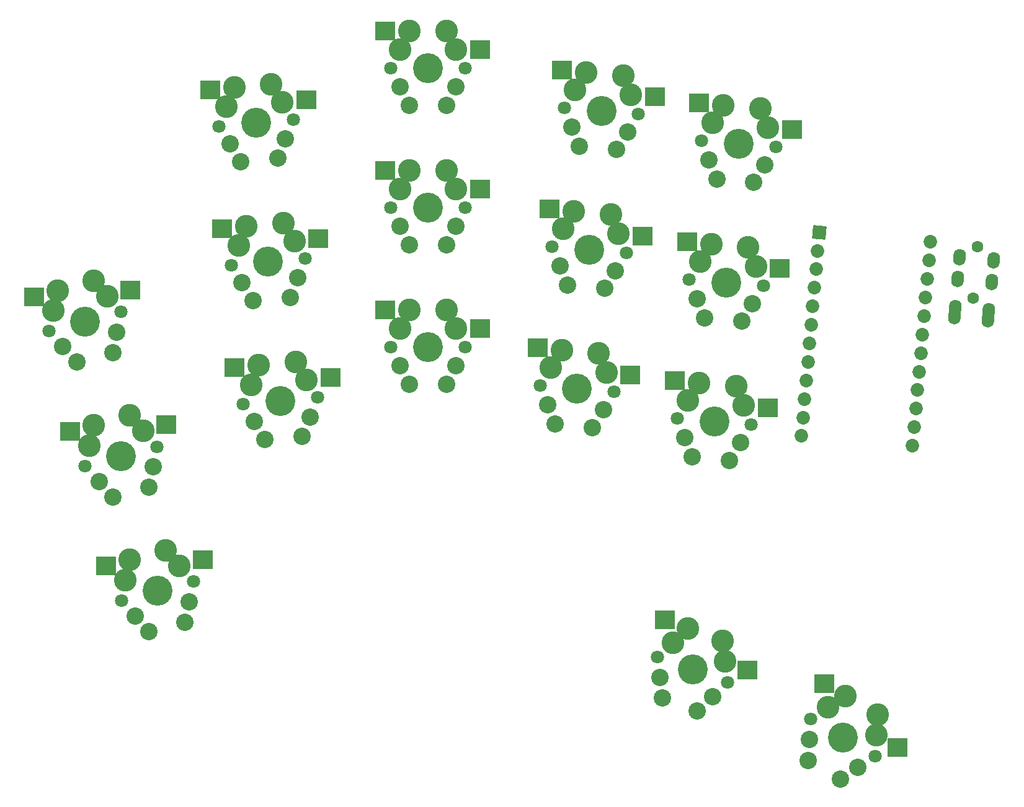
<source format=gbr>
%TF.GenerationSoftware,KiCad,Pcbnew,(6.0.2-0)*%
%TF.CreationDate,2022-05-20T19:03:11-07:00*%
%TF.ProjectId,adux_take_2,61647578-5f74-4616-9b65-5f322e6b6963,v1.0.0*%
%TF.SameCoordinates,Original*%
%TF.FileFunction,Soldermask,Top*%
%TF.FilePolarity,Negative*%
%FSLAX46Y46*%
G04 Gerber Fmt 4.6, Leading zero omitted, Abs format (unit mm)*
G04 Created by KiCad (PCBNEW (6.0.2-0)) date 2022-05-20 19:03:11*
%MOMM*%
%LPD*%
G01*
G04 APERTURE LIST*
G04 Aperture macros list*
%AMRoundRect*
0 Rectangle with rounded corners*
0 $1 Rounding radius*
0 $2 $3 $4 $5 $6 $7 $8 $9 X,Y pos of 4 corners*
0 Add a 4 corners polygon primitive as box body*
4,1,4,$2,$3,$4,$5,$6,$7,$8,$9,$2,$3,0*
0 Add four circle primitives for the rounded corners*
1,1,$1+$1,$2,$3*
1,1,$1+$1,$4,$5*
1,1,$1+$1,$6,$7*
1,1,$1+$1,$8,$9*
0 Add four rect primitives between the rounded corners*
20,1,$1+$1,$2,$3,$4,$5,0*
20,1,$1+$1,$4,$5,$6,$7,0*
20,1,$1+$1,$6,$7,$8,$9,0*
20,1,$1+$1,$8,$9,$2,$3,0*%
%AMHorizOval*
0 Thick line with rounded ends*
0 $1 width*
0 $2 $3 position (X,Y) of the first rounded end (center of the circle)*
0 $4 $5 position (X,Y) of the second rounded end (center of the circle)*
0 Add line between two ends*
20,1,$1,$2,$3,$4,$5,0*
0 Add two circle primitives to create the rounded ends*
1,1,$1,$2,$3*
1,1,$1,$4,$5*%
G04 Aperture macros list end*
%ADD10C,4.087800*%
%ADD11C,1.801800*%
%ADD12C,3.100000*%
%ADD13RoundRect,0.050000X1.275000X1.250000X-1.275000X1.250000X-1.275000X-1.250000X1.275000X-1.250000X0*%
%ADD14C,2.386000*%
%ADD15C,1.852600*%
%ADD16RoundRect,0.050000X-0.796591X0.949340X-0.949340X-0.796591X0.796591X-0.949340X0.949340X0.796591X0*%
%ADD17C,1.600000*%
%ADD18HorizOval,1.700000X-0.026147X-0.298858X0.026147X0.298858X0*%
G04 APERTURE END LIST*
D10*
%TO.C,S1*%
X13600076Y-579261D03*
D11*
X18506979Y735540D03*
X8693173Y-1894062D03*
D12*
X14738727Y4985043D03*
X9262498Y888090D03*
X9831824Y3670242D03*
X16622853Y2860291D03*
D13*
X19786260Y3707924D03*
X6642337Y2815621D03*
%TD*%
D10*
%TO.C,S2*%
X13600076Y-579261D03*
D11*
X8693173Y-1894062D03*
X18506979Y735540D03*
D14*
X12461425Y-6143565D03*
X17937654Y-2046612D03*
X17368328Y-4828764D03*
X10577299Y-4018813D03*
%TD*%
D10*
%TO.C,S3*%
X8669573Y17821626D03*
D11*
X13576476Y19136427D03*
X3762670Y16506825D03*
D12*
X9808224Y23385930D03*
X4331995Y19288977D03*
X4901321Y22071129D03*
X11692350Y21261178D03*
D13*
X14855757Y22108811D03*
X1711834Y21216508D03*
%TD*%
D10*
%TO.C,S4*%
X8669573Y17821626D03*
D11*
X3762670Y16506825D03*
X13576476Y19136427D03*
D14*
X7530922Y12257322D03*
X13007151Y16354275D03*
X12437825Y13572123D03*
X5646796Y14382074D03*
%TD*%
D10*
%TO.C,S5*%
X3739071Y36222513D03*
D11*
X8645974Y37537314D03*
X-1167832Y34907712D03*
D12*
X4877722Y41786817D03*
X-598507Y37689864D03*
X-29181Y40472016D03*
X6761848Y39662065D03*
D13*
X9925255Y40509698D03*
X-3218668Y39617395D03*
%TD*%
D10*
%TO.C,S6*%
X3739071Y36222513D03*
D11*
X-1167832Y34907712D03*
X8645974Y37537314D03*
D14*
X2600420Y30658209D03*
X8076649Y34755162D03*
X7507323Y31973010D03*
X716294Y32782961D03*
%TD*%
D10*
%TO.C,S7*%
X30401669Y25396133D03*
D11*
X35462338Y25838884D03*
X25341000Y24953382D03*
D12*
X32489252Y30678178D03*
X26384792Y27594404D03*
X27428583Y30235426D03*
X33975795Y28258531D03*
D13*
X37238333Y28543966D03*
X24139148Y29947638D03*
%TD*%
D10*
%TO.C,S8*%
X30401669Y25396133D03*
D11*
X25341000Y24953382D03*
X35462338Y25838884D03*
D14*
X28314086Y20114088D03*
X34418546Y23197862D03*
X33374755Y20556840D03*
X26827543Y22533735D03*
%TD*%
D10*
%TO.C,S9*%
X28741352Y44373642D03*
D11*
X33802021Y44816393D03*
X23680683Y43930891D03*
D12*
X30828935Y49655687D03*
X24724475Y46571913D03*
X25768266Y49212935D03*
X32315478Y47236040D03*
D13*
X35578016Y47521475D03*
X22478831Y48925147D03*
%TD*%
D10*
%TO.C,S10*%
X28741352Y44373642D03*
D11*
X23680683Y43930891D03*
X33802021Y44816393D03*
D14*
X26653769Y39091597D03*
X32758229Y42175371D03*
X31714438Y39534349D03*
X25167226Y41511244D03*
%TD*%
D10*
%TO.C,S11*%
X27081035Y63351151D03*
D11*
X32141704Y63793902D03*
X22020366Y62908400D03*
D12*
X29168618Y68633196D03*
X23064158Y65549422D03*
X24107949Y68190444D03*
X30655161Y66213549D03*
D13*
X33917699Y66498984D03*
X20818514Y67902656D03*
%TD*%
D10*
%TO.C,S12*%
X27081035Y63351151D03*
D11*
X22020366Y62908400D03*
X32141704Y63793902D03*
D14*
X24993452Y58069106D03*
X31097912Y61152880D03*
X30054121Y58511858D03*
X23506909Y60488753D03*
%TD*%
D10*
%TO.C,S13*%
X50566943Y32766243D03*
D11*
X55646943Y32766243D03*
X45486943Y32766243D03*
D12*
X53106943Y37846243D03*
X46756943Y35306243D03*
X48026943Y37846243D03*
X54376943Y35306243D03*
D13*
X57651943Y35306243D03*
X44724943Y37846243D03*
%TD*%
D10*
%TO.C,S14*%
X50566943Y32766243D03*
D11*
X45486943Y32766243D03*
X55646943Y32766243D03*
D14*
X48026943Y27686243D03*
X54376943Y30226243D03*
X53106943Y27686243D03*
X46756943Y30226243D03*
%TD*%
D10*
%TO.C,S15*%
X50566943Y51816243D03*
D11*
X55646943Y51816243D03*
X45486943Y51816243D03*
D12*
X53106943Y56896243D03*
X46756943Y54356243D03*
X48026943Y56896243D03*
X54376943Y54356243D03*
D13*
X57651943Y54356243D03*
X44724943Y56896243D03*
%TD*%
D10*
%TO.C,S16*%
X50566943Y51816243D03*
D11*
X45486943Y51816243D03*
X55646943Y51816243D03*
D14*
X48026943Y46736243D03*
X54376943Y49276243D03*
X53106943Y46736243D03*
X46756943Y49276243D03*
%TD*%
D10*
%TO.C,S17*%
X50566943Y70866243D03*
D11*
X55646943Y70866243D03*
X45486943Y70866243D03*
D12*
X53106943Y75946243D03*
X46756943Y73406243D03*
X48026943Y75946243D03*
X54376943Y73406243D03*
D13*
X57651943Y73406243D03*
X44724943Y75946243D03*
%TD*%
D10*
%TO.C,S18*%
X50566943Y70866243D03*
D11*
X45486943Y70866243D03*
X55646943Y70866243D03*
D14*
X48026943Y65786243D03*
X54376943Y68326243D03*
X53106943Y65786243D03*
X46756943Y68326243D03*
%TD*%
D10*
%TO.C,S19*%
X70898591Y27034887D03*
D11*
X75959260Y26592136D03*
X65837922Y27477638D03*
D12*
X73871677Y31874180D03*
X67324465Y29897285D03*
X68811008Y32316932D03*
X74915468Y29233158D03*
D13*
X78178006Y28947723D03*
X65521573Y32604720D03*
%TD*%
D10*
%TO.C,S20*%
X70898591Y27034887D03*
D11*
X65837922Y27477638D03*
X75959260Y26592136D03*
D14*
X67925505Y22195594D03*
X74472717Y24172489D03*
X72986174Y21752842D03*
X66881714Y24836616D03*
%TD*%
D10*
%TO.C,S21*%
X72558908Y46012396D03*
D11*
X77619577Y45569645D03*
X67498239Y46455147D03*
D12*
X75531994Y50851689D03*
X68984782Y48874794D03*
X70471325Y51294441D03*
X76575785Y48210667D03*
D13*
X79838323Y47925232D03*
X67181890Y51582229D03*
%TD*%
D10*
%TO.C,S22*%
X72558908Y46012396D03*
D11*
X67498239Y46455147D03*
X77619577Y45569645D03*
D14*
X69585822Y41173103D03*
X76133034Y43149998D03*
X74646491Y40730351D03*
X68542031Y43814125D03*
%TD*%
D10*
%TO.C,S23*%
X74219225Y64989905D03*
D11*
X79279894Y64547154D03*
X69158556Y65432656D03*
D12*
X77192311Y69829198D03*
X70645099Y67852303D03*
X72131642Y70271950D03*
X78236102Y67188176D03*
D13*
X81498640Y66902741D03*
X68842207Y70559738D03*
%TD*%
D10*
%TO.C,S24*%
X74219225Y64989905D03*
D11*
X69158556Y65432656D03*
X79279894Y64547154D03*
D14*
X71246139Y60150612D03*
X77793351Y62127507D03*
X76306808Y59707860D03*
X70202348Y62791634D03*
%TD*%
D10*
%TO.C,S25*%
X89629158Y22552018D03*
D11*
X94689827Y22109267D03*
X84568489Y22994769D03*
D12*
X92602244Y27391311D03*
X86055032Y25414416D03*
X87541575Y27834063D03*
X93646035Y24750289D03*
D13*
X96908573Y24464854D03*
X84252140Y28121851D03*
%TD*%
D10*
%TO.C,S26*%
X89629158Y22552018D03*
D11*
X84568489Y22994769D03*
X94689827Y22109267D03*
D14*
X86656072Y17712725D03*
X93203284Y19689620D03*
X91716741Y17269973D03*
X85612281Y20353747D03*
%TD*%
D10*
%TO.C,S27*%
X91289475Y41529527D03*
D11*
X96350144Y41086776D03*
X86228806Y41972278D03*
D12*
X94262561Y46368820D03*
X87715349Y44391925D03*
X89201892Y46811572D03*
X95306352Y43727798D03*
D13*
X98568890Y43442363D03*
X85912457Y47099360D03*
%TD*%
D10*
%TO.C,S28*%
X91289475Y41529527D03*
D11*
X86228806Y41972278D03*
X96350144Y41086776D03*
D14*
X88316389Y36690234D03*
X94863601Y38667129D03*
X93377058Y36247482D03*
X87272598Y39331256D03*
%TD*%
D10*
%TO.C,S29*%
X92949792Y60507036D03*
D11*
X98010461Y60064285D03*
X87889123Y60949787D03*
D12*
X95922878Y65346329D03*
X89375666Y63369434D03*
X90862209Y65789081D03*
X96966669Y62705307D03*
D13*
X100229207Y62419872D03*
X87572774Y66076869D03*
%TD*%
D10*
%TO.C,S30*%
X92949792Y60507036D03*
D11*
X87889123Y60949787D03*
X98010461Y60064285D03*
D14*
X89976706Y55667743D03*
X96523918Y57644638D03*
X95037375Y55224991D03*
X88932915Y58308765D03*
%TD*%
D10*
%TO.C,S31*%
X86665863Y-11318602D03*
D11*
X91439502Y-13056064D03*
X81892224Y-9581140D03*
D12*
X90790145Y-7413695D03*
X83954365Y-7628686D03*
X86016506Y-5676232D03*
X91114823Y-10234879D03*
D13*
X94192316Y-11354995D03*
X82913641Y-4546882D03*
%TD*%
D10*
%TO.C,S32*%
X86665863Y-11318602D03*
D11*
X81892224Y-9581140D03*
X91439502Y-13056064D03*
D14*
X82541581Y-15223509D03*
X89377361Y-15008518D03*
X87315220Y-16960972D03*
X82216903Y-12402325D03*
%TD*%
D10*
%TO.C,S33*%
X107194926Y-20607291D03*
D11*
X111594335Y-23147291D03*
X102795517Y-18067291D03*
D12*
X111934631Y-17477882D03*
X105165369Y-16502586D03*
X107535221Y-14937882D03*
X111764483Y-20312586D03*
D13*
X114600716Y-21950086D03*
X104675606Y-13286882D03*
%TD*%
D10*
%TO.C,S34*%
X107194926Y-20607291D03*
D11*
X102795517Y-18067291D03*
X111594335Y-23147291D03*
D14*
X102455221Y-23736700D03*
X109224483Y-24711996D03*
X106854631Y-26276700D03*
X102625369Y-20901996D03*
%TD*%
D15*
%TO.C,MCU1*%
X116712750Y19256141D03*
X116934125Y21786476D03*
X117155501Y24316810D03*
X117376877Y26847145D03*
X117598252Y29377479D03*
X117819628Y31907814D03*
X118041003Y34438149D03*
X118262379Y36968483D03*
X118483755Y39498818D03*
X118705130Y42029152D03*
X118926506Y44559487D03*
X119147881Y47089821D03*
X101530743Y20584395D03*
X101752118Y23114729D03*
X101973494Y25645064D03*
X102194869Y28175398D03*
X102416245Y30705733D03*
X102637621Y33236067D03*
X102858996Y35766402D03*
X103080372Y38296737D03*
X103301747Y40827071D03*
X103523123Y43357406D03*
X103744499Y45887740D03*
D16*
X103965874Y48418075D03*
%TD*%
D17*
%TO.C,REF\u002A\u002A*%
X124967753Y39435171D03*
X125577843Y46408534D03*
D18*
X127023680Y36544987D03*
X122537056Y38041717D03*
X122885679Y42026496D03*
X123147146Y45015080D03*
X122441184Y36945903D03*
X127119551Y37640801D03*
X127468174Y41625580D03*
X127729642Y44614164D03*
%TD*%
M02*

</source>
